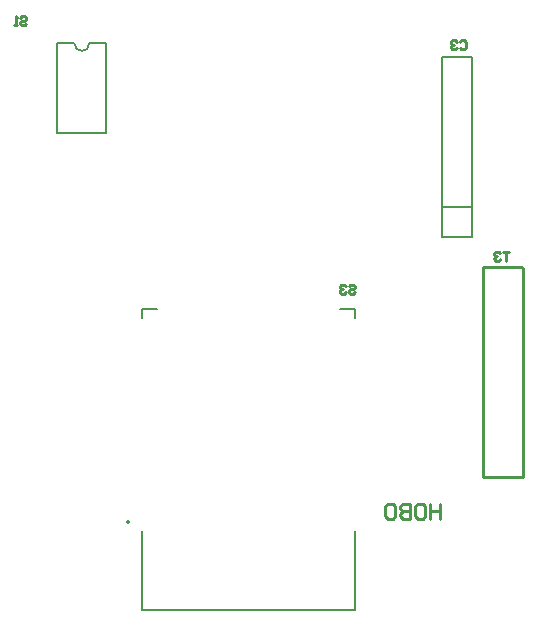
<source format=gbo>
G04*
G04 #@! TF.GenerationSoftware,Altium Limited,Altium Designer,22.10.1 (41)*
G04*
G04 Layer_Color=32896*
%FSTAX24Y24*%
%MOIN*%
G70*
G04*
G04 #@! TF.SameCoordinates,17841630-244F-4CFE-80E3-D5873E1B35FB*
G04*
G04*
G04 #@! TF.FilePolarity,Positive*
G04*
G01*
G75*
%ADD10C,0.0079*%
%ADD12C,0.0100*%
%ADD49C,0.0050*%
D10*
X035529Y03285D02*
G03*
X035529Y03285I-000039J0D01*
G01*
X0337Y0488D02*
G03*
X0342Y0488I00025J0D01*
G01*
X0342Y0488D02*
X034767D01*
X033133D02*
X0337D01*
X033133Y0458D02*
Y0488D01*
Y0458D02*
X034767D01*
Y0488D01*
X04595Y04835D02*
X04695D01*
X04595Y04235D02*
X04695D01*
Y04835D01*
X04595Y04235D02*
Y04835D01*
Y04335D02*
X04695D01*
D12*
X047308Y034332D02*
X048645D01*
X047308D02*
Y041329D01*
X048368D02*
X048639D01*
X047308D02*
X048368D01*
X048645Y040824D02*
Y041323D01*
Y034332D02*
Y040824D01*
X04285Y0407D02*
X0429Y04075D01*
X043D01*
X04305Y0407D01*
Y04065D01*
X043Y0406D01*
X0429D01*
X04285Y04055D01*
Y0405D01*
X0429Y04045D01*
X043D01*
X04305Y0405D01*
X04275Y0407D02*
X0427Y04075D01*
X0426D01*
X04255Y0407D01*
Y04065D01*
X0426Y0406D01*
X04265D01*
X0426D01*
X04255Y04055D01*
Y0405D01*
X0426Y04045D01*
X0427D01*
X04275Y0405D01*
X0319Y04965D02*
X03195Y0497D01*
X03205D01*
X0321Y04965D01*
Y0496D01*
X03205Y04955D01*
X03195D01*
X0319Y0495D01*
Y04945D01*
X03195Y0494D01*
X03205D01*
X0321Y04945D01*
X0318Y0494D02*
X0317D01*
X03175D01*
Y0497D01*
X0318Y04965D01*
X0482Y04185D02*
X048D01*
X0481D01*
Y04155D01*
X0479Y0418D02*
X04785Y04185D01*
X04775D01*
X0477Y0418D01*
Y04175D01*
X04775Y0417D01*
X0478D01*
X04775D01*
X0477Y04165D01*
Y0416D01*
X04775Y04155D01*
X04785D01*
X0479Y0416D01*
X046552Y04886D02*
X046602Y04891D01*
X046702D01*
X046752Y04886D01*
Y04866D01*
X046702Y04861D01*
X046602D01*
X046552Y04866D01*
X046452Y04886D02*
X046402Y04891D01*
X046302D01*
X046253Y04886D01*
Y04881D01*
X046302Y04876D01*
X046352D01*
X046302D01*
X046253Y04871D01*
Y04866D01*
X046302Y04861D01*
X046402D01*
X046452Y04866D01*
X0459Y03345D02*
Y03295D01*
Y0332D01*
X045567D01*
Y03345D01*
Y03295D01*
X04515Y03345D02*
X045317D01*
X0454Y033367D01*
Y033033D01*
X045317Y03295D01*
X04515D01*
X045067Y033033D01*
Y033367D01*
X04515Y03345D01*
X0449D02*
Y03295D01*
X04465D01*
X044567Y033033D01*
Y033117D01*
X04465Y0332D01*
X0449D01*
X04465D01*
X044567Y033283D01*
Y033367D01*
X04465Y03345D01*
X0449D01*
X044151D02*
X044317D01*
X0444Y033367D01*
Y033033D01*
X044317Y03295D01*
X044151D01*
X044067Y033033D01*
Y033367D01*
X044151Y03345D01*
D49*
X035962Y029901D02*
X043048D01*
Y032547D01*
X035962Y029901D02*
Y032547D01*
Y039653D02*
Y039941D01*
X036452D01*
X043048Y039653D02*
Y039941D01*
X042558D02*
X043048D01*
M02*

</source>
